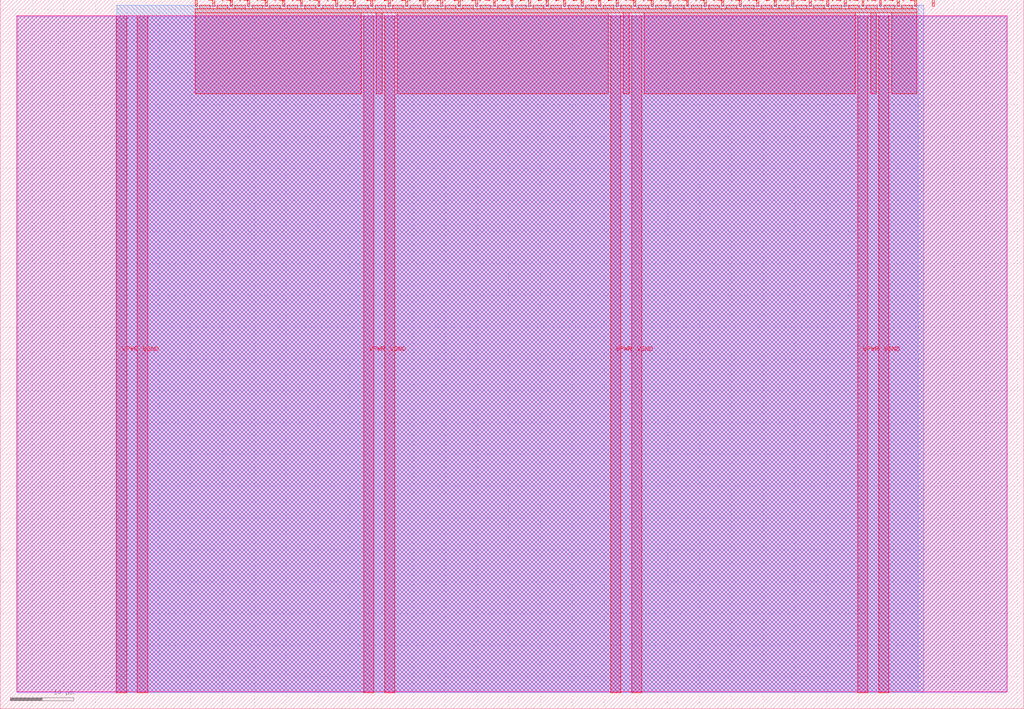
<source format=lef>
VERSION 5.7 ;
  NOWIREEXTENSIONATPIN ON ;
  DIVIDERCHAR "/" ;
  BUSBITCHARS "[]" ;
MACRO tt_um_wokwi_422964381148718081
  CLASS BLOCK ;
  FOREIGN tt_um_wokwi_422964381148718081 ;
  ORIGIN 0.000 0.000 ;
  SIZE 161.000 BY 111.520 ;
  PIN VGND
    DIRECTION INOUT ;
    USE GROUND ;
    PORT
      LAYER met4 ;
        RECT 21.580 2.480 23.180 109.040 ;
    END
    PORT
      LAYER met4 ;
        RECT 60.450 2.480 62.050 109.040 ;
    END
    PORT
      LAYER met4 ;
        RECT 99.320 2.480 100.920 109.040 ;
    END
    PORT
      LAYER met4 ;
        RECT 138.190 2.480 139.790 109.040 ;
    END
  END VGND
  PIN VPWR
    DIRECTION INOUT ;
    USE POWER ;
    PORT
      LAYER met4 ;
        RECT 18.280 2.480 19.880 109.040 ;
    END
    PORT
      LAYER met4 ;
        RECT 57.150 2.480 58.750 109.040 ;
    END
    PORT
      LAYER met4 ;
        RECT 96.020 2.480 97.620 109.040 ;
    END
    PORT
      LAYER met4 ;
        RECT 134.890 2.480 136.490 109.040 ;
    END
  END VPWR
  PIN clk
    DIRECTION INPUT ;
    USE SIGNAL ;
    ANTENNAGATEAREA 0.990000 ;
    PORT
      LAYER met4 ;
        RECT 143.830 110.520 144.130 111.520 ;
    END
  END clk
  PIN ena
    DIRECTION INPUT ;
    USE SIGNAL ;
    PORT
      LAYER met4 ;
        RECT 146.590 110.520 146.890 111.520 ;
    END
  END ena
  PIN rst_n
    DIRECTION INPUT ;
    USE SIGNAL ;
    ANTENNAGATEAREA 0.196500 ;
    PORT
      LAYER met4 ;
        RECT 141.070 110.520 141.370 111.520 ;
    END
  END rst_n
  PIN ui_in[0]
    DIRECTION INPUT ;
    USE SIGNAL ;
    ANTENNAGATEAREA 0.196500 ;
    PORT
      LAYER met4 ;
        RECT 138.310 110.520 138.610 111.520 ;
    END
  END ui_in[0]
  PIN ui_in[1]
    DIRECTION INPUT ;
    USE SIGNAL ;
    ANTENNAGATEAREA 0.196500 ;
    PORT
      LAYER met4 ;
        RECT 135.550 110.520 135.850 111.520 ;
    END
  END ui_in[1]
  PIN ui_in[2]
    DIRECTION INPUT ;
    USE SIGNAL ;
    ANTENNAGATEAREA 0.196500 ;
    PORT
      LAYER met4 ;
        RECT 132.790 110.520 133.090 111.520 ;
    END
  END ui_in[2]
  PIN ui_in[3]
    DIRECTION INPUT ;
    USE SIGNAL ;
    ANTENNAGATEAREA 0.196500 ;
    PORT
      LAYER met4 ;
        RECT 130.030 110.520 130.330 111.520 ;
    END
  END ui_in[3]
  PIN ui_in[4]
    DIRECTION INPUT ;
    USE SIGNAL ;
    PORT
      LAYER met4 ;
        RECT 127.270 110.520 127.570 111.520 ;
    END
  END ui_in[4]
  PIN ui_in[5]
    DIRECTION INPUT ;
    USE SIGNAL ;
    PORT
      LAYER met4 ;
        RECT 124.510 110.520 124.810 111.520 ;
    END
  END ui_in[5]
  PIN ui_in[6]
    DIRECTION INPUT ;
    USE SIGNAL ;
    ANTENNAGATEAREA 0.196500 ;
    PORT
      LAYER met4 ;
        RECT 121.750 110.520 122.050 111.520 ;
    END
  END ui_in[6]
  PIN ui_in[7]
    DIRECTION INPUT ;
    USE SIGNAL ;
    ANTENNAGATEAREA 0.196500 ;
    PORT
      LAYER met4 ;
        RECT 118.990 110.520 119.290 111.520 ;
    END
  END ui_in[7]
  PIN uio_in[0]
    DIRECTION INPUT ;
    USE SIGNAL ;
    PORT
      LAYER met4 ;
        RECT 116.230 110.520 116.530 111.520 ;
    END
  END uio_in[0]
  PIN uio_in[1]
    DIRECTION INPUT ;
    USE SIGNAL ;
    PORT
      LAYER met4 ;
        RECT 113.470 110.520 113.770 111.520 ;
    END
  END uio_in[1]
  PIN uio_in[2]
    DIRECTION INPUT ;
    USE SIGNAL ;
    PORT
      LAYER met4 ;
        RECT 110.710 110.520 111.010 111.520 ;
    END
  END uio_in[2]
  PIN uio_in[3]
    DIRECTION INPUT ;
    USE SIGNAL ;
    PORT
      LAYER met4 ;
        RECT 107.950 110.520 108.250 111.520 ;
    END
  END uio_in[3]
  PIN uio_in[4]
    DIRECTION INPUT ;
    USE SIGNAL ;
    PORT
      LAYER met4 ;
        RECT 105.190 110.520 105.490 111.520 ;
    END
  END uio_in[4]
  PIN uio_in[5]
    DIRECTION INPUT ;
    USE SIGNAL ;
    PORT
      LAYER met4 ;
        RECT 102.430 110.520 102.730 111.520 ;
    END
  END uio_in[5]
  PIN uio_in[6]
    DIRECTION INPUT ;
    USE SIGNAL ;
    PORT
      LAYER met4 ;
        RECT 99.670 110.520 99.970 111.520 ;
    END
  END uio_in[6]
  PIN uio_in[7]
    DIRECTION INPUT ;
    USE SIGNAL ;
    PORT
      LAYER met4 ;
        RECT 96.910 110.520 97.210 111.520 ;
    END
  END uio_in[7]
  PIN uio_oe[0]
    DIRECTION OUTPUT ;
    USE SIGNAL ;
    PORT
      LAYER met4 ;
        RECT 49.990 110.520 50.290 111.520 ;
    END
  END uio_oe[0]
  PIN uio_oe[1]
    DIRECTION OUTPUT ;
    USE SIGNAL ;
    PORT
      LAYER met4 ;
        RECT 47.230 110.520 47.530 111.520 ;
    END
  END uio_oe[1]
  PIN uio_oe[2]
    DIRECTION OUTPUT ;
    USE SIGNAL ;
    PORT
      LAYER met4 ;
        RECT 44.470 110.520 44.770 111.520 ;
    END
  END uio_oe[2]
  PIN uio_oe[3]
    DIRECTION OUTPUT ;
    USE SIGNAL ;
    PORT
      LAYER met4 ;
        RECT 41.710 110.520 42.010 111.520 ;
    END
  END uio_oe[3]
  PIN uio_oe[4]
    DIRECTION OUTPUT ;
    USE SIGNAL ;
    PORT
      LAYER met4 ;
        RECT 38.950 110.520 39.250 111.520 ;
    END
  END uio_oe[4]
  PIN uio_oe[5]
    DIRECTION OUTPUT ;
    USE SIGNAL ;
    PORT
      LAYER met4 ;
        RECT 36.190 110.520 36.490 111.520 ;
    END
  END uio_oe[5]
  PIN uio_oe[6]
    DIRECTION OUTPUT ;
    USE SIGNAL ;
    PORT
      LAYER met4 ;
        RECT 33.430 110.520 33.730 111.520 ;
    END
  END uio_oe[6]
  PIN uio_oe[7]
    DIRECTION OUTPUT ;
    USE SIGNAL ;
    PORT
      LAYER met4 ;
        RECT 30.670 110.520 30.970 111.520 ;
    END
  END uio_oe[7]
  PIN uio_out[0]
    DIRECTION OUTPUT ;
    USE SIGNAL ;
    PORT
      LAYER met4 ;
        RECT 72.070 110.520 72.370 111.520 ;
    END
  END uio_out[0]
  PIN uio_out[1]
    DIRECTION OUTPUT ;
    USE SIGNAL ;
    PORT
      LAYER met4 ;
        RECT 69.310 110.520 69.610 111.520 ;
    END
  END uio_out[1]
  PIN uio_out[2]
    DIRECTION OUTPUT ;
    USE SIGNAL ;
    PORT
      LAYER met4 ;
        RECT 66.550 110.520 66.850 111.520 ;
    END
  END uio_out[2]
  PIN uio_out[3]
    DIRECTION OUTPUT ;
    USE SIGNAL ;
    PORT
      LAYER met4 ;
        RECT 63.790 110.520 64.090 111.520 ;
    END
  END uio_out[3]
  PIN uio_out[4]
    DIRECTION OUTPUT ;
    USE SIGNAL ;
    PORT
      LAYER met4 ;
        RECT 61.030 110.520 61.330 111.520 ;
    END
  END uio_out[4]
  PIN uio_out[5]
    DIRECTION OUTPUT ;
    USE SIGNAL ;
    PORT
      LAYER met4 ;
        RECT 58.270 110.520 58.570 111.520 ;
    END
  END uio_out[5]
  PIN uio_out[6]
    DIRECTION OUTPUT ;
    USE SIGNAL ;
    PORT
      LAYER met4 ;
        RECT 55.510 110.520 55.810 111.520 ;
    END
  END uio_out[6]
  PIN uio_out[7]
    DIRECTION OUTPUT ;
    USE SIGNAL ;
    PORT
      LAYER met4 ;
        RECT 52.750 110.520 53.050 111.520 ;
    END
  END uio_out[7]
  PIN uo_out[0]
    DIRECTION OUTPUT ;
    USE SIGNAL ;
    ANTENNADIFFAREA 0.445500 ;
    PORT
      LAYER met4 ;
        RECT 94.150 110.520 94.450 111.520 ;
    END
  END uo_out[0]
  PIN uo_out[1]
    DIRECTION OUTPUT ;
    USE SIGNAL ;
    ANTENNADIFFAREA 0.445500 ;
    PORT
      LAYER met4 ;
        RECT 91.390 110.520 91.690 111.520 ;
    END
  END uo_out[1]
  PIN uo_out[2]
    DIRECTION OUTPUT ;
    USE SIGNAL ;
    ANTENNADIFFAREA 0.445500 ;
    PORT
      LAYER met4 ;
        RECT 88.630 110.520 88.930 111.520 ;
    END
  END uo_out[2]
  PIN uo_out[3]
    DIRECTION OUTPUT ;
    USE SIGNAL ;
    ANTENNADIFFAREA 0.445500 ;
    PORT
      LAYER met4 ;
        RECT 85.870 110.520 86.170 111.520 ;
    END
  END uo_out[3]
  PIN uo_out[4]
    DIRECTION OUTPUT ;
    USE SIGNAL ;
    ANTENNADIFFAREA 0.445500 ;
    PORT
      LAYER met4 ;
        RECT 83.110 110.520 83.410 111.520 ;
    END
  END uo_out[4]
  PIN uo_out[5]
    DIRECTION OUTPUT ;
    USE SIGNAL ;
    ANTENNADIFFAREA 0.445500 ;
    PORT
      LAYER met4 ;
        RECT 80.350 110.520 80.650 111.520 ;
    END
  END uo_out[5]
  PIN uo_out[6]
    DIRECTION OUTPUT ;
    USE SIGNAL ;
    ANTENNADIFFAREA 0.445500 ;
    PORT
      LAYER met4 ;
        RECT 77.590 110.520 77.890 111.520 ;
    END
  END uo_out[6]
  PIN uo_out[7]
    DIRECTION OUTPUT ;
    USE SIGNAL ;
    ANTENNADIFFAREA 0.445500 ;
    PORT
      LAYER met4 ;
        RECT 74.830 110.520 75.130 111.520 ;
    END
  END uo_out[7]
  OBS
      LAYER nwell ;
        RECT 2.570 2.635 158.430 108.990 ;
      LAYER li1 ;
        RECT 2.760 2.635 158.240 108.885 ;
      LAYER met1 ;
        RECT 2.760 2.480 158.240 109.040 ;
      LAYER met2 ;
        RECT 18.310 2.535 145.260 110.685 ;
      LAYER met3 ;
        RECT 18.290 2.555 144.370 110.665 ;
      LAYER met4 ;
        RECT 31.370 110.120 33.030 110.665 ;
        RECT 34.130 110.120 35.790 110.665 ;
        RECT 36.890 110.120 38.550 110.665 ;
        RECT 39.650 110.120 41.310 110.665 ;
        RECT 42.410 110.120 44.070 110.665 ;
        RECT 45.170 110.120 46.830 110.665 ;
        RECT 47.930 110.120 49.590 110.665 ;
        RECT 50.690 110.120 52.350 110.665 ;
        RECT 53.450 110.120 55.110 110.665 ;
        RECT 56.210 110.120 57.870 110.665 ;
        RECT 58.970 110.120 60.630 110.665 ;
        RECT 61.730 110.120 63.390 110.665 ;
        RECT 64.490 110.120 66.150 110.665 ;
        RECT 67.250 110.120 68.910 110.665 ;
        RECT 70.010 110.120 71.670 110.665 ;
        RECT 72.770 110.120 74.430 110.665 ;
        RECT 75.530 110.120 77.190 110.665 ;
        RECT 78.290 110.120 79.950 110.665 ;
        RECT 81.050 110.120 82.710 110.665 ;
        RECT 83.810 110.120 85.470 110.665 ;
        RECT 86.570 110.120 88.230 110.665 ;
        RECT 89.330 110.120 90.990 110.665 ;
        RECT 92.090 110.120 93.750 110.665 ;
        RECT 94.850 110.120 96.510 110.665 ;
        RECT 97.610 110.120 99.270 110.665 ;
        RECT 100.370 110.120 102.030 110.665 ;
        RECT 103.130 110.120 104.790 110.665 ;
        RECT 105.890 110.120 107.550 110.665 ;
        RECT 108.650 110.120 110.310 110.665 ;
        RECT 111.410 110.120 113.070 110.665 ;
        RECT 114.170 110.120 115.830 110.665 ;
        RECT 116.930 110.120 118.590 110.665 ;
        RECT 119.690 110.120 121.350 110.665 ;
        RECT 122.450 110.120 124.110 110.665 ;
        RECT 125.210 110.120 126.870 110.665 ;
        RECT 127.970 110.120 129.630 110.665 ;
        RECT 130.730 110.120 132.390 110.665 ;
        RECT 133.490 110.120 135.150 110.665 ;
        RECT 136.250 110.120 137.910 110.665 ;
        RECT 139.010 110.120 140.670 110.665 ;
        RECT 141.770 110.120 143.430 110.665 ;
        RECT 30.655 109.440 144.145 110.120 ;
        RECT 30.655 96.735 56.750 109.440 ;
        RECT 59.150 96.735 60.050 109.440 ;
        RECT 62.450 96.735 95.620 109.440 ;
        RECT 98.020 96.735 98.920 109.440 ;
        RECT 101.320 96.735 134.490 109.440 ;
        RECT 136.890 96.735 137.790 109.440 ;
        RECT 140.190 96.735 144.145 109.440 ;
  END
END tt_um_wokwi_422964381148718081
END LIBRARY


</source>
